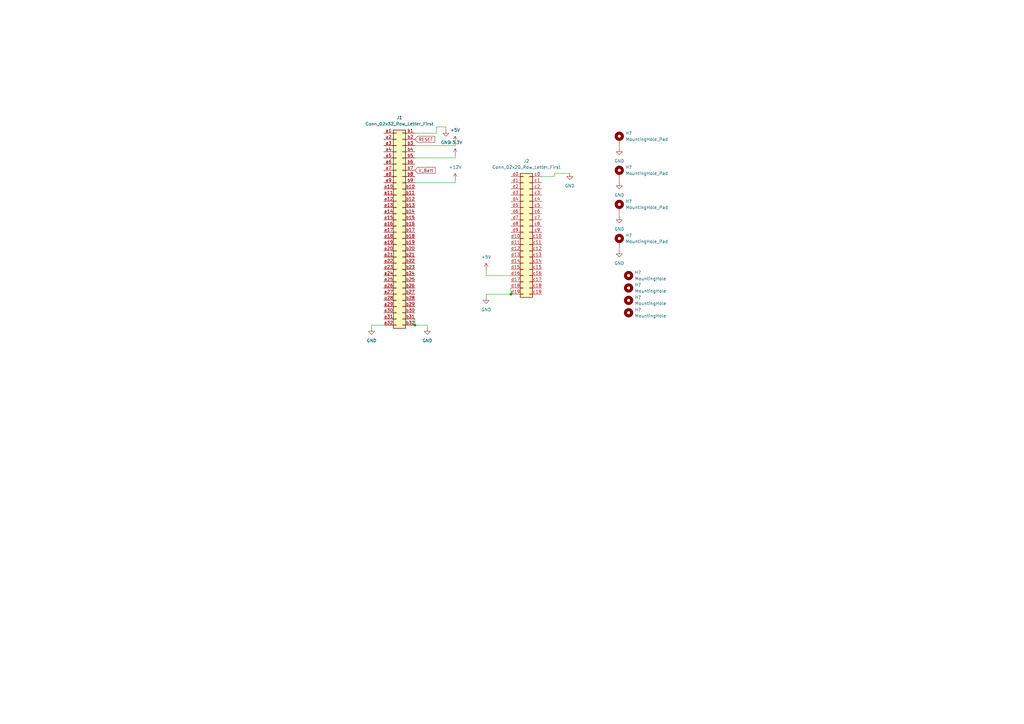
<source format=kicad_sch>
(kicad_sch (version 20250114) (generator "eeschema") (generator_version "9.0")
  (paper "A3")
  (title_block (title "PCI-104 Template") (date "2024-11-25") (rev "B") (company "GU Orbit"))
  (lib_symbols
    (symbol "Connector_Generic:Conn_02x20_Row_Letter_First" (pin_names (offset 1.016) (hide yes))
      (property "Reference" "J2" (at 1.27 29.21 0))
      (property "Value" "Conn_02x20_Row_Letter_First" (at 1.27 26.67 0))
      (symbol "Conn_02x20_Row_Letter_First_1_0"
        (pin passive line (at -5.08 5.08 0) (length 3.81) (name "Pin_d7") (number "d7"))
      )
      (symbol "Conn_02x20_Row_Letter_First_1_1"
        (rectangle (start -1.27 24.13) (end 3.81 -26.67) (stroke (width 0.254)) (fill (type background)))
        (rectangle (start -1.27 22.987) (end 0 22.733) (stroke (width 0.1524)))
        (rectangle (start -1.27 20.447) (end 0 20.193) (stroke (width 0.1524)))
        (rectangle (start -1.27 17.907) (end 0 17.653) (stroke (width 0.1524)))
        (rectangle (start -1.27 15.367) (end 0 15.113) (stroke (width 0.1524)))
        (rectangle (start -1.27 12.827) (end 0 12.573) (stroke (width 0.1524)))
        (rectangle (start -1.27 10.287) (end 0 10.033) (stroke (width 0.1524)))
        (rectangle (start -1.27 7.747) (end 0 7.493) (stroke (width 0.1524)))
        (rectangle (start -1.27 5.207) (end 0 4.953) (stroke (width 0.1524)))
        (rectangle (start -1.27 2.667) (end 0 2.413) (stroke (width 0.1524)))
        (rectangle (start -1.27 0.127) (end 0 -0.127) (stroke (width 0.1524)))
        (rectangle (start -1.27 -2.413) (end 0 -2.667) (stroke (width 0.1524)))
        (rectangle (start -1.27 -4.953) (end 0 -5.207) (stroke (width 0.1524)))
        (rectangle (start -1.27 -7.493) (end 0 -7.747) (stroke (width 0.1524)))
        (rectangle (start -1.27 -10.033) (end 0 -10.287) (stroke (width 0.1524)))
        (rectangle (start -1.27 -12.573) (end 0 -12.827) (stroke (width 0.1524)))
        (rectangle (start -1.27 -15.113) (end 0 -15.367) (stroke (width 0.1524)))
        (rectangle (start -1.27 -17.653) (end 0 -17.907) (stroke (width 0.1524)))
        (rectangle (start -1.27 -20.193) (end 0 -20.447) (stroke (width 0.1524)))
        (rectangle (start -1.27 -22.733) (end 0 -22.987) (stroke (width 0.1524)))
        (rectangle (start -1.27 -25.273) (end 0 -25.527) (stroke (width 0.1524)))
        (rectangle (start 3.81 22.987) (end 2.54 22.733) (stroke (width 0.1524)))
        (rectangle (start 3.81 20.447) (end 2.54 20.193) (stroke (width 0.1524)))
        (rectangle (start 3.81 17.907) (end 2.54 17.653) (stroke (width 0.1524)))
        (rectangle (start 3.81 15.367) (end 2.54 15.113) (stroke (width 0.1524)))
        (rectangle (start 3.81 12.827) (end 2.54 12.573) (stroke (width 0.1524)))
        (rectangle (start 3.81 10.287) (end 2.54 10.033) (stroke (width 0.1524)))
        (rectangle (start 3.81 7.747) (end 2.54 7.493) (stroke (width 0.1524)))
        (rectangle (start 3.81 5.207) (end 2.54 4.953) (stroke (width 0.1524)))
        (rectangle (start 3.81 2.667) (end 2.54 2.413) (stroke (width 0.1524)))
        (rectangle (start 3.81 0.127) (end 2.54 -0.127) (stroke (width 0.1524)))
        (rectangle (start 3.81 -2.413) (end 2.54 -2.667) (stroke (width 0.1524)))
        (rectangle (start 3.81 -4.953) (end 2.54 -5.207) (stroke (width 0.1524)))
        (rectangle (start 3.81 -7.493) (end 2.54 -7.747) (stroke (width 0.1524)))
        (rectangle (start 3.81 -10.033) (end 2.54 -10.287) (stroke (width 0.1524)))
        (rectangle (start 3.81 -12.573) (end 2.54 -12.827) (stroke (width 0.1524)))
        (rectangle (start 3.81 -15.113) (end 2.54 -15.367) (stroke (width 0.1524)))
        (rectangle (start 3.81 -17.653) (end 2.54 -17.907) (stroke (width 0.1524)))
        (rectangle (start 3.81 -20.193) (end 2.54 -20.447) (stroke (width 0.1524)))
        (rectangle (start 3.81 -22.733) (end 2.54 -22.987) (stroke (width 0.1524)))
        (rectangle (start 3.81 -25.273) (end 2.54 -25.527) (stroke (width 0.1524)))
        (pin passive line (at -5.08 22.86 0) (length 3.81) (name "Pin_d0") (number "d0"))
        (pin passive line (at -5.08 20.32 0) (length 3.81) (name "Pin_d1") (number "d1"))
        (pin passive line (at -5.08 17.78 0) (length 3.81) (name "Pin_d2") (number "d2"))
        (pin passive line (at -5.08 15.24 0) (length 3.81) (name "Pin_d3") (number "d3"))
        (pin passive line (at -5.08 12.7 0) (length 3.81) (name "Pin_d4") (number "d4"))
        (pin passive line (at -5.08 10.16 0) (length 3.81) (name "Pin_d5") (number "d5"))
        (pin passive line (at -5.08 7.62 0) (length 3.81) (name "Pin_d6") (number "d6"))
        (pin passive line (at -5.08 2.54 0) (length 3.81) (name "Pin_d8") (number "d8"))
        (pin passive line (at -5.08 0 0) (length 3.81) (name "Pin_d9") (number "d9"))
        (pin passive line (at -5.08 -2.54 0) (length 3.81) (name "Pin_d10") (number "d10"))
        (pin passive line (at -5.08 -5.08 0) (length 3.81) (name "Pin_d11") (number "d11"))
        (pin passive line (at -5.08 -7.62 0) (length 3.81) (name "Pin_d12") (number "d12"))
        (pin passive line (at -5.08 -10.16 0) (length 3.81) (name "Pin_d13") (number "d13"))
        (pin passive line (at -5.08 -12.7 0) (length 3.81) (name "Pin_d14") (number "d14"))
        (pin passive line (at -5.08 -15.24 0) (length 3.81) (name "Pin_d15") (number "d15"))
        (pin passive line (at -5.08 -17.78 0) (length 3.81) (name "Pin_d16") (number "d16"))
        (pin passive line (at -5.08 -20.32 0) (length 3.81) (name "Pin_d17") (number "d17"))
        (pin passive line (at -5.08 -22.86 0) (length 3.81) (name "Pin_d18") (number "d18"))
        (pin passive line (at -5.08 -25.4 0) (length 3.81) (name "Pin_d19") (number "d19"))
        (pin passive line (at 7.62 22.86 180) (length 3.81) (name "Pin_c0") (number "c0"))
        (pin passive line (at 7.62 20.32 180) (length 3.81) (name "Pin_c1") (number "c1"))
        (pin passive line (at 7.62 17.78 180) (length 3.81) (name "Pin_c2") (number "c2"))
        (pin passive line (at 7.62 15.24 180) (length 3.81) (name "Pin_c3") (number "c3"))
        (pin passive line (at 7.62 12.7 180) (length 3.81) (name "Pin_c4") (number "c4"))
        (pin passive line (at 7.62 10.16 180) (length 3.81) (name "Pin_c5") (number "c5"))
        (pin passive line (at 7.62 7.62 180) (length 3.81) (name "Pin_c6") (number "c6"))
        (pin passive line (at 7.62 5.08 180) (length 3.81) (name "Pin_c7") (number "c7"))
        (pin passive line (at 7.62 2.54 180) (length 3.81) (name "Pin_c8") (number "c8"))
        (pin passive line (at 7.62 0 180) (length 3.81) (name "Pin_c9") (number "c9"))
        (pin passive line (at 7.62 -2.54 180) (length 3.81) (name "Pin_c10") (number "c10"))
        (pin passive line (at 7.62 -5.08 180) (length 3.81) (name "Pin_c11") (number "c11"))
        (pin passive line (at 7.62 -7.62 180) (length 3.81) (name "Pin_c12") (number "c12"))
        (pin passive line (at 7.62 -10.16 180) (length 3.81) (name "Pin_c13") (number "c13"))
        (pin passive line (at 7.62 -12.7 180) (length 3.81) (name "Pin_c14") (number "c14"))
        (pin passive line (at 7.62 -15.24 180) (length 3.81) (name "Pin_c15") (number "c15"))
        (pin passive line (at 7.62 -17.78 180) (length 3.81) (name "Pin_c16") (number "c16"))
        (pin passive line (at 7.62 -20.32 180) (length 3.81) (name "Pin_c17") (number "c17"))
        (pin passive line (at 7.62 -22.86 180) (length 3.81) (name "Pin_c18") (number "c18"))
        (pin passive line (at 7.62 -25.4 180) (length 3.81) (name "Pin_c19") (number "c19"))
      )
    )
    (symbol "Connector_Generic:Conn_02x32_Row_Letter_First" (pin_names (offset 1.016) (hide yes))
      (property "Reference" "J" (at 1.27 40.64 0))
      (property "Value" "Conn_02x32_Row_Letter_First" (at 1.27 -43.18 0))
      (symbol "Conn_02x32_Row_Letter_First_1_1"
        (rectangle (start -1.27 39.37) (end 3.81 -41.91) (stroke (width 0.254)) (fill (type background)))
        (rectangle (start -1.27 38.227) (end 0 37.973) (stroke (width 0.1524)))
        (rectangle (start -1.27 35.687) (end 0 35.433) (stroke (width 0.1524)))
        (rectangle (start -1.27 33.147) (end 0 32.893) (stroke (width 0.1524)))
        (rectangle (start -1.27 30.607) (end 0 30.353) (stroke (width 0.1524)))
        (rectangle (start -1.27 28.067) (end 0 27.813) (stroke (width 0.1524)))
        (rectangle (start -1.27 25.527) (end 0 25.273) (stroke (width 0.1524)))
        (rectangle (start -1.27 22.987) (end 0 22.733) (stroke (width 0.1524)))
        (rectangle (start -1.27 20.447) (end 0 20.193) (stroke (width 0.1524)))
        (rectangle (start -1.27 17.907) (end 0 17.653) (stroke (width 0.1524)))
        (rectangle (start -1.27 15.367) (end 0 15.113) (stroke (width 0.1524)))
        (rectangle (start -1.27 12.827) (end 0 12.573) (stroke (width 0.1524)))
        (rectangle (start -1.27 10.287) (end 0 10.033) (stroke (width 0.1524)))
        (rectangle (start -1.27 7.747) (end 0 7.493) (stroke (width 0.1524)))
        (rectangle (start -1.27 5.207) (end 0 4.953) (stroke (width 0.1524)))
        (rectangle (start -1.27 2.667) (end 0 2.413) (stroke (width 0.1524)))
        (rectangle (start -1.27 0.127) (end 0 -0.127) (stroke (width 0.1524)))
        (rectangle (start -1.27 -2.413) (end 0 -2.667) (stroke (width 0.1524)))
        (rectangle (start -1.27 -4.953) (end 0 -5.207) (stroke (width 0.1524)))
        (rectangle (start -1.27 -7.493) (end 0 -7.747) (stroke (width 0.1524)))
        (rectangle (start -1.27 -10.033) (end 0 -10.287) (stroke (width 0.1524)))
        (rectangle (start -1.27 -12.573) (end 0 -12.827) (stroke (width 0.1524)))
        (rectangle (start -1.27 -15.113) (end 0 -15.367) (stroke (width 0.1524)))
        (rectangle (start -1.27 -17.653) (end 0 -17.907) (stroke (width 0.1524)))
        (rectangle (start -1.27 -20.193) (end 0 -20.447) (stroke (width 0.1524)))
        (rectangle (start -1.27 -22.733) (end 0 -22.987) (stroke (width 0.1524)))
        (rectangle (start -1.27 -25.273) (end 0 -25.527) (stroke (width 0.1524)))
        (rectangle (start -1.27 -27.813) (end 0 -28.067) (stroke (width 0.1524)))
        (rectangle (start -1.27 -30.353) (end 0 -30.607) (stroke (width 0.1524)))
        (rectangle (start -1.27 -32.893) (end 0 -33.147) (stroke (width 0.1524)))
        (rectangle (start -1.27 -35.433) (end 0 -35.687) (stroke (width 0.1524)))
        (rectangle (start -1.27 -37.973) (end 0 -38.227) (stroke (width 0.1524)))
        (rectangle (start -1.27 -40.513) (end 0 -40.767) (stroke (width 0.1524)))
        (rectangle (start 3.81 38.227) (end 2.54 37.973) (stroke (width 0.1524)))
        (rectangle (start 3.81 35.687) (end 2.54 35.433) (stroke (width 0.1524)))
        (rectangle (start 3.81 33.147) (end 2.54 32.893) (stroke (width 0.1524)))
        (rectangle (start 3.81 30.607) (end 2.54 30.353) (stroke (width 0.1524)))
        (rectangle (start 3.81 28.067) (end 2.54 27.813) (stroke (width 0.1524)))
        (rectangle (start 3.81 25.527) (end 2.54 25.273) (stroke (width 0.1524)))
        (rectangle (start 3.81 22.987) (end 2.54 22.733) (stroke (width 0.1524)))
        (rectangle (start 3.81 20.447) (end 2.54 20.193) (stroke (width 0.1524)))
        (rectangle (start 3.81 17.907) (end 2.54 17.653) (stroke (width 0.1524)))
        (rectangle (start 3.81 15.367) (end 2.54 15.113) (stroke (width 0.1524)))
        (rectangle (start 3.81 12.827) (end 2.54 12.573) (stroke (width 0.1524)))
        (rectangle (start 3.81 10.287) (end 2.54 10.033) (stroke (width 0.1524)))
        (rectangle (start 3.81 7.747) (end 2.54 7.493) (stroke (width 0.1524)))
        (rectangle (start 3.81 5.207) (end 2.54 4.953) (stroke (width 0.1524)))
        (rectangle (start 3.81 2.667) (end 2.54 2.413) (stroke (width 0.1524)))
        (rectangle (start 3.81 0.127) (end 2.54 -0.127) (stroke (width 0.1524)))
        (rectangle (start 3.81 -2.413) (end 2.54 -2.667) (stroke (width 0.1524)))
        (rectangle (start 3.81 -4.953) (end 2.54 -5.207) (stroke (width 0.1524)))
        (rectangle (start 3.81 -7.493) (end 2.54 -7.747) (stroke (width 0.1524)))
        (rectangle (start 3.81 -10.033) (end 2.54 -10.287) (stroke (width 0.1524)))
        (rectangle (start 3.81 -12.573) (end 2.54 -12.827) (stroke (width 0.1524)))
        (rectangle (start 3.81 -15.113) (end 2.54 -15.367) (stroke (width 0.1524)))
        (rectangle (start 3.81 -17.653) (end 2.54 -17.907) (stroke (width 0.1524)))
        (rectangle (start 3.81 -20.193) (end 2.54 -20.447) (stroke (width 0.1524)))
        (rectangle (start 3.81 -22.733) (end 2.54 -22.987) (stroke (width 0.1524)))
        (rectangle (start 3.81 -25.273) (end 2.54 -25.527) (stroke (width 0.1524)))
        (rectangle (start 3.81 -27.813) (end 2.54 -28.067) (stroke (width 0.1524)))
        (rectangle (start 3.81 -30.353) (end 2.54 -30.607) (stroke (width 0.1524)))
        (rectangle (start 3.81 -32.893) (end 2.54 -33.147) (stroke (width 0.1524)))
        (rectangle (start 3.81 -35.433) (end 2.54 -35.687) (stroke (width 0.1524)))
        (rectangle (start 3.81 -37.973) (end 2.54 -38.227) (stroke (width 0.1524)))
        (rectangle (start 3.81 -40.513) (end 2.54 -40.767) (stroke (width 0.1524)))
        (pin passive line (at -5.08 38.1 0) (length 3.81) (name "Pin_a1") (number "a1"))
        (pin passive line (at -5.08 35.56 0) (length 3.81) (name "Pin_a2") (number "a2"))
        (pin passive line (at -5.08 33.02 0) (length 3.81) (name "Pin_a3") (number "a3"))
        (pin passive line (at -5.08 30.48 0) (length 3.81) (name "Pin_a4") (number "a4"))
        (pin passive line (at -5.08 27.94 0) (length 3.81) (name "Pin_a5") (number "a5"))
        (pin passive line (at -5.08 25.4 0) (length 3.81) (name "Pin_a6") (number "a6"))
        (pin passive line (at -5.08 22.86 0) (length 3.81) (name "Pin_a7") (number "a7"))
        (pin passive line (at -5.08 20.32 0) (length 3.81) (name "Pin_a8") (number "a8"))
        (pin passive line (at -5.08 17.78 0) (length 3.81) (name "Pin_a9") (number "a9"))
        (pin passive line (at -5.08 15.24 0) (length 3.81) (name "Pin_a10") (number "a10"))
        (pin passive line (at -5.08 12.7 0) (length 3.81) (name "Pin_a11") (number "a11"))
        (pin passive line (at -5.08 10.16 0) (length 3.81) (name "Pin_a12") (number "a12"))
        (pin passive line (at -5.08 7.62 0) (length 3.81) (name "Pin_a13") (number "a13"))
        (pin passive line (at -5.08 5.08 0) (length 3.81) (name "Pin_a14") (number "a14"))
        (pin passive line (at -5.08 2.54 0) (length 3.81) (name "Pin_a15") (number "a15"))
        (pin passive line (at -5.08 0 0) (length 3.81) (name "Pin_a16") (number "a16"))
        (pin passive line (at -5.08 -2.54 0) (length 3.81) (name "Pin_a17") (number "a17"))
        (pin passive line (at -5.08 -5.08 0) (length 3.81) (name "Pin_a18") (number "a18"))
        (pin passive line (at -5.08 -7.62 0) (length 3.81) (name "Pin_a19") (number "a19"))
        (pin passive line (at -5.08 -10.16 0) (length 3.81) (name "Pin_a20") (number "a20"))
        (pin passive line (at -5.08 -12.7 0) (length 3.81) (name "Pin_a21") (number "a21"))
        (pin passive line (at -5.08 -15.24 0) (length 3.81) (name "Pin_a22") (number "a22"))
        (pin passive line (at -5.08 -17.78 0) (length 3.81) (name "Pin_a23") (number "a23"))
        (pin passive line (at -5.08 -20.32 0) (length 3.81) (name "Pin_a24") (number "a24"))
        (pin passive line (at -5.08 -22.86 0) (length 3.81) (name "Pin_a25") (number "a25"))
        (pin passive line (at -5.08 -25.4 0) (length 3.81) (name "Pin_a26") (number "a26"))
        (pin passive line (at -5.08 -27.94 0) (length 3.81) (name "Pin_a27") (number "a27"))
        (pin passive line (at -5.08 -30.48 0) (length 3.81) (name "Pin_a28") (number "a28"))
        (pin passive line (at -5.08 -33.02 0) (length 3.81) (name "Pin_a29") (number "a29"))
        (pin passive line (at -5.08 -35.56 0) (length 3.81) (name "Pin_a30") (number "a30"))
        (pin passive line (at -5.08 -38.1 0) (length 3.81) (name "Pin_a31") (number "a31"))
        (pin passive line (at -5.08 -40.64 0) (length 3.81) (name "Pin_a32") (number "a32"))
        (pin passive line (at 7.62 38.1 180) (length 3.81) (name "Pin_b1") (number "b1"))
        (pin passive line (at 7.62 35.56 180) (length 3.81) (name "Pin_b2") (number "b2"))
        (pin passive line (at 7.62 33.02 180) (length 3.81) (name "Pin_b3") (number "b3"))
        (pin passive line (at 7.62 30.48 180) (length 3.81) (name "Pin_b4") (number "b4"))
        (pin passive line (at 7.62 27.94 180) (length 3.81) (name "Pin_b5") (number "b5"))
        (pin passive line (at 7.62 25.4 180) (length 3.81) (name "Pin_b6") (number "b6"))
        (pin passive line (at 7.62 22.86 180) (length 3.81) (name "Pin_b7") (number "b7"))
        (pin passive line (at 7.62 20.32 180) (length 3.81) (name "Pin_b8") (number "b8"))
        (pin passive line (at 7.62 17.78 180) (length 3.81) (name "Pin_b9") (number "b9"))
        (pin passive line (at 7.62 15.24 180) (length 3.81) (name "Pin_b10") (number "b10"))
        (pin passive line (at 7.62 12.7 180) (length 3.81) (name "Pin_b11") (number "b11"))
        (pin passive line (at 7.62 10.16 180) (length 3.81) (name "Pin_b12") (number "b12"))
        (pin passive line (at 7.62 7.62 180) (length 3.81) (name "Pin_b13") (number "b13"))
        (pin passive line (at 7.62 5.08 180) (length 3.81) (name "Pin_b14") (number "b14"))
        (pin passive line (at 7.62 2.54 180) (length 3.81) (name "Pin_b15") (number "b15"))
        (pin passive line (at 7.62 0 180) (length 3.81) (name "Pin_b16") (number "b16"))
        (pin passive line (at 7.62 -2.54 180) (length 3.81) (name "Pin_b17") (number "b17"))
        (pin passive line (at 7.62 -5.08 180) (length 3.81) (name "Pin_b18") (number "b18"))
        (pin passive line (at 7.62 -7.62 180) (length 3.81) (name "Pin_b19") (number "b19"))
        (pin passive line (at 7.62 -10.16 180) (length 3.81) (name "Pin_b20") (number "b20"))
        (pin passive line (at 7.62 -12.7 180) (length 3.81) (name "Pin_b21") (number "b21"))
        (pin passive line (at 7.62 -15.24 180) (length 3.81) (name "Pin_b22") (number "b22"))
        (pin passive line (at 7.62 -17.78 180) (length 3.81) (name "Pin_b23") (number "b23"))
        (pin passive line (at 7.62 -20.32 180) (length 3.81) (name "Pin_b24") (number "b24"))
        (pin passive line (at 7.62 -22.86 180) (length 3.81) (name "Pin_b25") (number "b25"))
        (pin passive line (at 7.62 -25.4 180) (length 3.81) (name "Pin_b26") (number "b26"))
        (pin passive line (at 7.62 -27.94 180) (length 3.81) (name "Pin_b27") (number "b27"))
        (pin passive line (at 7.62 -30.48 180) (length 3.81) (name "Pin_b28") (number "b28"))
        (pin passive line (at 7.62 -33.02 180) (length 3.81) (name "Pin_b29") (number "b29"))
        (pin passive line (at 7.62 -35.56 180) (length 3.81) (name "Pin_b30") (number "b30"))
        (pin passive line (at 7.62 -38.1 180) (length 3.81) (name "Pin_b31") (number "b31"))
        (pin passive line (at 7.62 -40.64 180) (length 3.81) (name "Pin_b32") (number "b32"))
      )
    )
    (symbol "Mechanical:MountingHole" (pin_names (offset 1.016)) (exclude_from_sim yes) (in_bom no)
      (property "Reference" "H" (at 0 5.08 0))
      (property "Value" "MountingHole" (at 0 3.175 0))
      (symbol "MountingHole_0_1"
        (circle (center 0 0) (radius 1.27) (stroke (width 1.27)))
      )
    )
    (symbol "Mechanical:MountingHole_Pad" (pin_numbers (hide yes)) (pin_names (offset 1.016) (hide yes)) (exclude_from_sim yes) (in_bom no)
      (property "Reference" "H" (at 0 6.35 0))
      (property "Value" "MountingHole_Pad" (at 0 4.445 0))
      (symbol "MountingHole_Pad_0_1"
        (circle (center 0 1.27) (radius 1.27) (stroke (width 1.27)))
      )
      (symbol "MountingHole_Pad_1_1"
        (pin input line (at 0 -2.54 90) (length 2.54) (name "1") (number "1"))
      )
    )
    (symbol "power:+12V" (power) (pin_numbers (hide yes)) (pin_names (offset 0) (hide yes))
      (property "Value" "+12V" (at 0 3.556 0))
      (symbol "+12V_0_1"
        (polyline (pts (xy -0.762 1.27) (xy 0 2.54)))
        (polyline (pts (xy 0 2.54) (xy 0.762 1.27)))
        (polyline (pts (xy 0 0) (xy 0 2.54)))
      )
      (symbol "+12V_1_1"
        (pin power_in line (at 0 0 90) (length 0) (name "~") (number "1"))
      )
    )
    (symbol "power:+3.3V" (power) (pin_numbers (hide yes)) (pin_names (offset 0) (hide yes))
      (property "Value" "+3.3V" (at 0 3.556 0))
      (symbol "+3.3V_0_1"
        (polyline (pts (xy -0.762 1.27) (xy 0 2.54)))
        (polyline (pts (xy 0 2.54) (xy 0.762 1.27)))
        (polyline (pts (xy 0 0) (xy 0 2.54)))
      )
      (symbol "+3.3V_1_1"
        (pin power_in line (at 0 0 90) (length 0) (name "~") (number "1"))
      )
    )
    (symbol "power:+5V" (power) (pin_numbers (hide yes)) (pin_names (offset 0) (hide yes))
      (property "Value" "+5V" (at 0 3.556 0))
      (symbol "+5V_0_1"
        (polyline (pts (xy -0.762 1.27) (xy 0 2.54)))
        (polyline (pts (xy 0 2.54) (xy 0.762 1.27)))
        (polyline (pts (xy 0 0) (xy 0 2.54)))
      )
      (symbol "+5V_1_1"
        (pin power_in line (at 0 0 90) (length 0) (name "~") (number "1"))
      )
    )
    (symbol "power:GND" (power) (pin_numbers (hide yes)) (pin_names (offset 0) (hide yes))
      (property "Value" "GND" (at 0 -3.81 0))
      (symbol "GND_0_1"
        (polyline (pts (xy 0 0) (xy 0 -1.27) (xy 1.27 -1.27) (xy 0 -2.54) (xy -1.27 -1.27) (xy 0 -1.27)))
      )
      (symbol "GND_1_1"
        (pin power_in line (at 0 0 270) (length 0) (name "~") (number "1"))
      )
    )
  )
  (junction (at 209.55 120.65))
  (junction (at 170.18 133.35))
  (wire (pts (xy 182.88 52.07) (xy 182.88 53.34)))
  (wire (pts (xy 254 73.66) (xy 254 74.93)))
  (wire (pts (xy 227.33 71.12) (xy 227.33 72.39)))
  (wire (pts (xy 179.07 52.07) (xy 182.88 52.07)))
  (wire (pts (xy 186.69 73.66) (xy 186.69 74.93)))
  (wire (pts (xy 254 87.63) (xy 254 88.9)))
  (wire (pts (xy 170.18 130.81) (xy 170.18 133.35)))
  (wire (pts (xy 254 59.69) (xy 254 60.96)))
  (wire (pts (xy 152.4 134.62) (xy 152.4 133.35)))
  (wire (pts (xy 222.25 72.39) (xy 227.33 72.39)))
  (wire (pts (xy 186.69 58.42) (xy 186.69 59.69)))
  (wire (pts (xy 199.39 121.92) (xy 199.39 120.65)))
  (wire (pts (xy 179.07 54.61) (xy 170.18 54.61)))
  (wire (pts (xy 175.26 133.35) (xy 170.18 133.35)))
  (wire (pts (xy 170.18 74.93) (xy 186.69 74.93)))
  (wire (pts (xy 199.39 120.65) (xy 209.55 120.65)))
  (wire (pts (xy 254 101.6) (xy 254 102.87)))
  (wire (pts (xy 170.18 59.69) (xy 186.69 59.69)))
  (wire (pts (xy 179.07 52.07) (xy 179.07 54.61)))
  (wire (pts (xy 199.39 110.49) (xy 199.39 113.03)))
  (wire (pts (xy 199.39 113.03) (xy 209.55 113.03)))
  (wire (pts (xy 170.18 64.77) (xy 186.69 64.77)))
  (wire (pts (xy 152.4 133.35) (xy 157.48 133.35)))
  (wire (pts (xy 227.33 71.12) (xy 233.68 71.12)))
  (wire (pts (xy 175.26 133.35) (xy 175.26 134.62)))
  (wire (pts (xy 209.55 118.11) (xy 209.55 120.65)))
  (wire (pts (xy 186.69 63.5) (xy 186.69 64.77)))
  (global_label "V_Batt" (shape input) (at 170.18 69.85 0) (property "Intersheetrefs" "${INTERSHEET_REFS}" (effects (hide yes))))
  (global_label "RESET" (shape input) (at 170.18 57.15 0) (property "Intersheetrefs" "${INTERSHEET_REFS}" (effects (hide yes))))
  (symbol (lib_id "power:GND") (at 254 102.87 0) (unit 1)
    (property "Reference" "#PWR?" (effects (hide yes)))
    (property "Value" "GND" (at 254 107.95 0))
    (property "Description" "Power symbol creates a global label with name \"GND\" , ground" (effects (hide yes)))
  )
  (symbol (lib_id "power:GND") (at 254 60.96 0) (unit 1)
    (property "Reference" "#PWR?" (effects (hide yes)))
    (property "Value" "GND" (at 254 66.04 0))
    (property "Description" "Power symbol creates a global label with name \"GND\" , ground" (effects (hide yes)))
  )
  (symbol (lib_id "power:GND") (at 254 88.9 0) (unit 1)
    (property "Reference" "#PWR?" (effects (hide yes)))
    (property "Value" "GND" (at 254 93.98 0))
    (property "Description" "Power symbol creates a global label with name \"GND\" , ground" (effects (hide yes)))
  )
  (symbol (lib_id "power:GND") (at 254 74.93 0) (unit 1)
    (property "Reference" "#PWR?" (effects (hide yes)))
    (property "Value" "GND" (at 254 80.01 0))
    (property "Description" "Power symbol creates a global label with name \"GND\" , ground" (effects (hide yes)))
  )
  (symbol (lib_id "Mechanical:MountingHole_Pad") (at 254 57.15 0) (unit 1) (exclude_from_sim yes) (in_bom no)
    (property "Reference" "H?" (at 256.54 54.6099 0) (effects (justify left)))
    (property "Value" "MountingHole_Pad" (at 256.54 57.1499 0) (effects (justify left)))
    (property "Footprint" "MountingHole:MountingHole_3.2mm_M3_Pad" (effects (hide yes)))
    (property "Description" "Mounting Hole with connection" (effects (hide yes)))
  )
  (symbol (lib_id "Mechanical:MountingHole") (at 257.81 123.19 0) (unit 1) (exclude_from_sim yes) (in_bom no)
    (property "Reference" "H?" (at 260.35 121.9199 0) (effects (justify left)))
    (property "Value" "MountingHole" (at 260.35 124.4599 0) (effects (justify left)))
    (property "Footprint" "MountingHole:MountingHole_2mm" (effects (hide yes)))
    (property "Description" "Mounting Hole without connection" (effects (hide yes)))
  )
  (symbol (lib_id "power:GND") (at 175.26 134.62 0) (unit 1)
    (property "Reference" "#PWR033" (effects (hide yes)))
    (property "Value" "GND" (at 175.26 139.7 0))
    (property "Description" "Power symbol creates a global label with name \"GND\" , ground" (effects (hide yes)))
  )
  (symbol (lib_id "power:+3.3V") (at 186.69 63.5 0) (unit 1)
    (property "Reference" "#PWR018" (effects (hide yes)))
    (property "Value" "+3.3V" (at 186.69 58.42 0))
    (property "Description" "Power symbol creates a global label with name \"+3.3V\"" (effects (hide yes)))
  )
  (symbol (lib_id "power:GND") (at 182.88 53.34 0) (unit 1)
    (property "Reference" "#PWR030" (effects (hide yes)))
    (property "Value" "GND" (at 182.88 58.42 0))
    (property "Description" "Power symbol creates a global label with name \"GND\" , ground" (effects (hide yes)))
  )
  (symbol (lib_id "power:GND") (at 152.4 134.62 0) (unit 1)
    (property "Reference" "#PWR034" (effects (hide yes)))
    (property "Value" "GND" (at 152.4 139.7 0))
    (property "Description" "Power symbol creates a global label with name \"GND\" , ground" (effects (hide yes)))
  )
  (symbol (lib_id "Mechanical:MountingHole") (at 257.81 113.03 0) (unit 1) (exclude_from_sim yes) (in_bom no)
    (property "Reference" "H?" (at 260.35 111.7599 0) (effects (justify left)))
    (property "Value" "MountingHole" (at 260.35 114.2999 0) (effects (justify left)))
    (property "Footprint" "MountingHole:MountingHole_2mm" (effects (hide yes)))
    (property "Description" "Mounting Hole without connection" (effects (hide yes)))
  )
  (symbol (lib_id "power:+5V") (at 199.39 110.49 0) (unit 1)
    (property "Reference" "#PWR037" (effects (hide yes)))
    (property "Value" "+5V" (at 199.39 105.41 0))
    (property "Description" "Power symbol creates a global label with name \"+5V\"" (effects (hide yes)))
  )
  (symbol (lib_id "Connector_Generic:Conn_02x20_Row_Letter_First") (at 214.63 95.25 0) (unit 1)
    (property "Reference" "J2" (at 215.9 66.04 0))
    (property "Value" "Conn_02x20_Row_Letter_First" (at 215.9 68.58 0))
    (property "Footprint" "Connector_PinSocket_2.54mm:PinSocket_2x20_P2.54mm_Vertical" (effects (hide yes)))
    (property "Description" "Generic connector, double row, 02x20, row letter first pin numbering scheme (pin number consists of a letter for the row and a number for the pin index in this row. a1, ..., aN; b1, ..., bN), script generated (kicad-library-utils/schlib/autogen/connector/)" (effects (hide yes)))
  )
  (symbol (lib_id "power:GND") (at 233.68 71.12 0) (unit 1)
    (property "Reference" "#PWR036" (effects (hide yes)))
    (property "Value" "GND" (at 233.68 76.2 0))
    (property "Description" "Power symbol creates a global label with name \"GND\" , ground" (effects (hide yes)))
  )
  (symbol (lib_id "Mechanical:MountingHole_Pad") (at 254 99.06 0) (unit 1) (exclude_from_sim yes) (in_bom no)
    (property "Reference" "H?" (at 256.54 96.5199 0) (effects (justify left)))
    (property "Value" "MountingHole_Pad" (at 256.54 99.0599 0) (effects (justify left)))
    (property "Footprint" "MountingHole:MountingHole_3.2mm_M3_Pad" (effects (hide yes)))
    (property "Description" "Mounting Hole with connection" (effects (hide yes)))
  )
  (symbol (lib_id "power:+12V") (at 186.69 73.66 0) (unit 1)
    (property "Reference" "#PWR032" (effects (hide yes)))
    (property "Value" "+12V" (at 186.69 68.58 0))
    (property "Description" "Power symbol creates a global label with name \"+12V\"" (effects (hide yes)))
  )
  (symbol (lib_id "Connector_Generic:Conn_02x32_Row_Letter_First") (at 162.56 92.71 0) (unit 1)
    (property "Reference" "J1" (at 163.83 48.26 0))
    (property "Value" "Conn_02x32_Row_Letter_First" (at 163.83 50.8 0))
    (property "Footprint" "Connector_PinSocket_2.54mm:PinSocket_2x32_P2.54mm_Vertical" (effects (hide yes)))
    (property "Description" "Generic connector, double row, 02x32, row letter first pin numbering scheme (pin number consists of a letter for the row and a number for the pin index in this row. a1, ..., aN; b1, ..., bN), script generated (kicad-library-utils/schlib/autogen/connector/)" (effects (hide yes)))
  )
  (symbol (lib_id "Mechanical:MountingHole_Pad") (at 254 71.12 0) (unit 1) (exclude_from_sim yes) (in_bom no)
    (property "Reference" "H?" (at 256.54 68.5799 0) (effects (justify left)))
    (property "Value" "MountingHole_Pad" (at 256.54 71.1199 0) (effects (justify left)))
    (property "Footprint" "MountingHole:MountingHole_3.2mm_M3_Pad" (effects (hide yes)))
    (property "Description" "Mounting Hole with connection" (effects (hide yes)))
  )
  (symbol (lib_id "Mechanical:MountingHole_Pad") (at 254 85.09 0) (unit 1) (exclude_from_sim yes) (in_bom no)
    (property "Reference" "H?" (at 256.54 82.5499 0) (effects (justify left)))
    (property "Value" "MountingHole_Pad" (at 256.54 85.0899 0) (effects (justify left)))
    (property "Footprint" "MountingHole:MountingHole_3.2mm_M3_Pad" (effects (hide yes)))
    (property "Description" "Mounting Hole with connection" (effects (hide yes)))
  )
  (symbol (lib_id "Mechanical:MountingHole") (at 257.81 128.27 0) (unit 1) (exclude_from_sim yes) (in_bom no)
    (property "Reference" "H?" (at 260.35 126.9999 0) (effects (justify left)))
    (property "Value" "MountingHole" (at 260.35 129.5399 0) (effects (justify left)))
    (property "Footprint" "MountingHole:MountingHole_2mm" (effects (hide yes)))
    (property "Description" "Mounting Hole without connection" (effects (hide yes)))
  )
  (symbol (lib_id "power:GND") (at 199.39 121.92 0) (unit 1)
    (property "Reference" "#PWR035" (effects (hide yes)))
    (property "Value" "GND" (at 199.39 127 0))
    (property "Description" "Power symbol creates a global label with name \"GND\" , ground" (effects (hide yes)))
  )
  (symbol (lib_id "power:+5V") (at 186.69 58.42 0) (unit 1)
    (property "Reference" "#PWR031" (effects (hide yes)))
    (property "Value" "+5V" (at 186.69 53.34 0))
    (property "Description" "Power symbol creates a global label with name \"+5V\"" (effects (hide yes)))
  )
  (symbol (lib_id "Mechanical:MountingHole") (at 257.81 118.11 0) (unit 1) (exclude_from_sim yes) (in_bom no)
    (property "Reference" "H?" (at 260.35 116.8399 0) (effects (justify left)))
    (property "Value" "MountingHole" (at 260.35 119.3799 0) (effects (justify left)))
    (property "Footprint" "MountingHole:MountingHole_2mm" (effects (hide yes)))
    (property "Description" "Mounting Hole without connection" (effects (hide yes)))
  )
)
</source>
